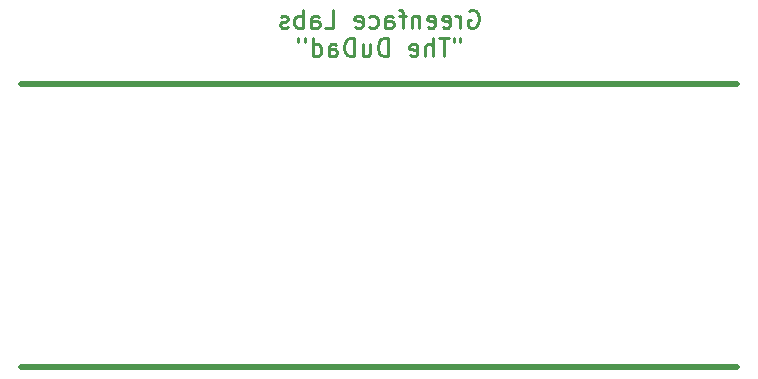
<source format=gbr>
%TF.GenerationSoftware,KiCad,Pcbnew,(6.0.1)*%
%TF.CreationDate,2022-10-29T04:51:09-07:00*%
%TF.ProjectId,DuDadPanel,44754461-6450-4616-9e65-6c2e6b696361,1.2*%
%TF.SameCoordinates,Original*%
%TF.FileFunction,Legend,Bot*%
%TF.FilePolarity,Positive*%
%FSLAX46Y46*%
G04 Gerber Fmt 4.6, Leading zero omitted, Abs format (unit mm)*
G04 Created by KiCad (PCBNEW (6.0.1)) date 2022-10-29 04:51:09*
%MOMM*%
%LPD*%
G01*
G04 APERTURE LIST*
%ADD10C,0.500000*%
%ADD11C,0.250000*%
G04 APERTURE END LIST*
D10*
X50000000Y-74000000D02*
X110600000Y-74000000D01*
X50000000Y-50000000D02*
X110600000Y-50000000D01*
D11*
X87921428Y-43842500D02*
X88064285Y-43771071D01*
X88278571Y-43771071D01*
X88492857Y-43842500D01*
X88635714Y-43985357D01*
X88707142Y-44128214D01*
X88778571Y-44413928D01*
X88778571Y-44628214D01*
X88707142Y-44913928D01*
X88635714Y-45056785D01*
X88492857Y-45199642D01*
X88278571Y-45271071D01*
X88135714Y-45271071D01*
X87921428Y-45199642D01*
X87850000Y-45128214D01*
X87850000Y-44628214D01*
X88135714Y-44628214D01*
X87207142Y-45271071D02*
X87207142Y-44271071D01*
X87207142Y-44556785D02*
X87135714Y-44413928D01*
X87064285Y-44342500D01*
X86921428Y-44271071D01*
X86778571Y-44271071D01*
X85707142Y-45199642D02*
X85850000Y-45271071D01*
X86135714Y-45271071D01*
X86278571Y-45199642D01*
X86350000Y-45056785D01*
X86350000Y-44485357D01*
X86278571Y-44342500D01*
X86135714Y-44271071D01*
X85850000Y-44271071D01*
X85707142Y-44342500D01*
X85635714Y-44485357D01*
X85635714Y-44628214D01*
X86350000Y-44771071D01*
X84421428Y-45199642D02*
X84564285Y-45271071D01*
X84850000Y-45271071D01*
X84992857Y-45199642D01*
X85064285Y-45056785D01*
X85064285Y-44485357D01*
X84992857Y-44342500D01*
X84850000Y-44271071D01*
X84564285Y-44271071D01*
X84421428Y-44342500D01*
X84350000Y-44485357D01*
X84350000Y-44628214D01*
X85064285Y-44771071D01*
X83707142Y-44271071D02*
X83707142Y-45271071D01*
X83707142Y-44413928D02*
X83635714Y-44342500D01*
X83492857Y-44271071D01*
X83278571Y-44271071D01*
X83135714Y-44342500D01*
X83064285Y-44485357D01*
X83064285Y-45271071D01*
X82564285Y-44271071D02*
X81992857Y-44271071D01*
X82350000Y-45271071D02*
X82350000Y-43985357D01*
X82278571Y-43842500D01*
X82135714Y-43771071D01*
X81992857Y-43771071D01*
X80850000Y-45271071D02*
X80850000Y-44485357D01*
X80921428Y-44342500D01*
X81064285Y-44271071D01*
X81350000Y-44271071D01*
X81492857Y-44342500D01*
X80850000Y-45199642D02*
X80992857Y-45271071D01*
X81350000Y-45271071D01*
X81492857Y-45199642D01*
X81564285Y-45056785D01*
X81564285Y-44913928D01*
X81492857Y-44771071D01*
X81350000Y-44699642D01*
X80992857Y-44699642D01*
X80850000Y-44628214D01*
X79492857Y-45199642D02*
X79635714Y-45271071D01*
X79921428Y-45271071D01*
X80064285Y-45199642D01*
X80135714Y-45128214D01*
X80207142Y-44985357D01*
X80207142Y-44556785D01*
X80135714Y-44413928D01*
X80064285Y-44342500D01*
X79921428Y-44271071D01*
X79635714Y-44271071D01*
X79492857Y-44342500D01*
X78278571Y-45199642D02*
X78421428Y-45271071D01*
X78707142Y-45271071D01*
X78850000Y-45199642D01*
X78921428Y-45056785D01*
X78921428Y-44485357D01*
X78850000Y-44342500D01*
X78707142Y-44271071D01*
X78421428Y-44271071D01*
X78278571Y-44342500D01*
X78207142Y-44485357D01*
X78207142Y-44628214D01*
X78921428Y-44771071D01*
X75707142Y-45271071D02*
X76421428Y-45271071D01*
X76421428Y-43771071D01*
X74564285Y-45271071D02*
X74564285Y-44485357D01*
X74635714Y-44342500D01*
X74778571Y-44271071D01*
X75064285Y-44271071D01*
X75207142Y-44342500D01*
X74564285Y-45199642D02*
X74707142Y-45271071D01*
X75064285Y-45271071D01*
X75207142Y-45199642D01*
X75278571Y-45056785D01*
X75278571Y-44913928D01*
X75207142Y-44771071D01*
X75064285Y-44699642D01*
X74707142Y-44699642D01*
X74564285Y-44628214D01*
X73850000Y-45271071D02*
X73850000Y-43771071D01*
X73850000Y-44342500D02*
X73707142Y-44271071D01*
X73421428Y-44271071D01*
X73278571Y-44342500D01*
X73207142Y-44413928D01*
X73135714Y-44556785D01*
X73135714Y-44985357D01*
X73207142Y-45128214D01*
X73278571Y-45199642D01*
X73421428Y-45271071D01*
X73707142Y-45271071D01*
X73850000Y-45199642D01*
X72564285Y-45199642D02*
X72421428Y-45271071D01*
X72135714Y-45271071D01*
X71992857Y-45199642D01*
X71921428Y-45056785D01*
X71921428Y-44985357D01*
X71992857Y-44842500D01*
X72135714Y-44771071D01*
X72350000Y-44771071D01*
X72492857Y-44699642D01*
X72564285Y-44556785D01*
X72564285Y-44485357D01*
X72492857Y-44342500D01*
X72350000Y-44271071D01*
X72135714Y-44271071D01*
X71992857Y-44342500D01*
X87207142Y-46186071D02*
X87207142Y-46471785D01*
X86635714Y-46186071D02*
X86635714Y-46471785D01*
X86207142Y-46186071D02*
X85350000Y-46186071D01*
X85778571Y-47686071D02*
X85778571Y-46186071D01*
X84850000Y-47686071D02*
X84850000Y-46186071D01*
X84207142Y-47686071D02*
X84207142Y-46900357D01*
X84278571Y-46757500D01*
X84421428Y-46686071D01*
X84635714Y-46686071D01*
X84778571Y-46757500D01*
X84850000Y-46828928D01*
X82921428Y-47614642D02*
X83064285Y-47686071D01*
X83350000Y-47686071D01*
X83492857Y-47614642D01*
X83564285Y-47471785D01*
X83564285Y-46900357D01*
X83492857Y-46757500D01*
X83350000Y-46686071D01*
X83064285Y-46686071D01*
X82921428Y-46757500D01*
X82850000Y-46900357D01*
X82850000Y-47043214D01*
X83564285Y-47186071D01*
X81064285Y-47686071D02*
X81064285Y-46186071D01*
X80707142Y-46186071D01*
X80492857Y-46257500D01*
X80350000Y-46400357D01*
X80278571Y-46543214D01*
X80207142Y-46828928D01*
X80207142Y-47043214D01*
X80278571Y-47328928D01*
X80350000Y-47471785D01*
X80492857Y-47614642D01*
X80707142Y-47686071D01*
X81064285Y-47686071D01*
X78921428Y-46686071D02*
X78921428Y-47686071D01*
X79564285Y-46686071D02*
X79564285Y-47471785D01*
X79492857Y-47614642D01*
X79350000Y-47686071D01*
X79135714Y-47686071D01*
X78992857Y-47614642D01*
X78921428Y-47543214D01*
X78207142Y-47686071D02*
X78207142Y-46186071D01*
X77850000Y-46186071D01*
X77635714Y-46257500D01*
X77492857Y-46400357D01*
X77421428Y-46543214D01*
X77350000Y-46828928D01*
X77350000Y-47043214D01*
X77421428Y-47328928D01*
X77492857Y-47471785D01*
X77635714Y-47614642D01*
X77850000Y-47686071D01*
X78207142Y-47686071D01*
X76064285Y-47686071D02*
X76064285Y-46900357D01*
X76135714Y-46757500D01*
X76278571Y-46686071D01*
X76564285Y-46686071D01*
X76707142Y-46757500D01*
X76064285Y-47614642D02*
X76207142Y-47686071D01*
X76564285Y-47686071D01*
X76707142Y-47614642D01*
X76778571Y-47471785D01*
X76778571Y-47328928D01*
X76707142Y-47186071D01*
X76564285Y-47114642D01*
X76207142Y-47114642D01*
X76064285Y-47043214D01*
X74707142Y-47686071D02*
X74707142Y-46186071D01*
X74707142Y-47614642D02*
X74850000Y-47686071D01*
X75135714Y-47686071D01*
X75278571Y-47614642D01*
X75350000Y-47543214D01*
X75421428Y-47400357D01*
X75421428Y-46971785D01*
X75350000Y-46828928D01*
X75278571Y-46757500D01*
X75135714Y-46686071D01*
X74850000Y-46686071D01*
X74707142Y-46757500D01*
X74064285Y-46186071D02*
X74064285Y-46471785D01*
X73492857Y-46186071D02*
X73492857Y-46471785D01*
M02*

</source>
